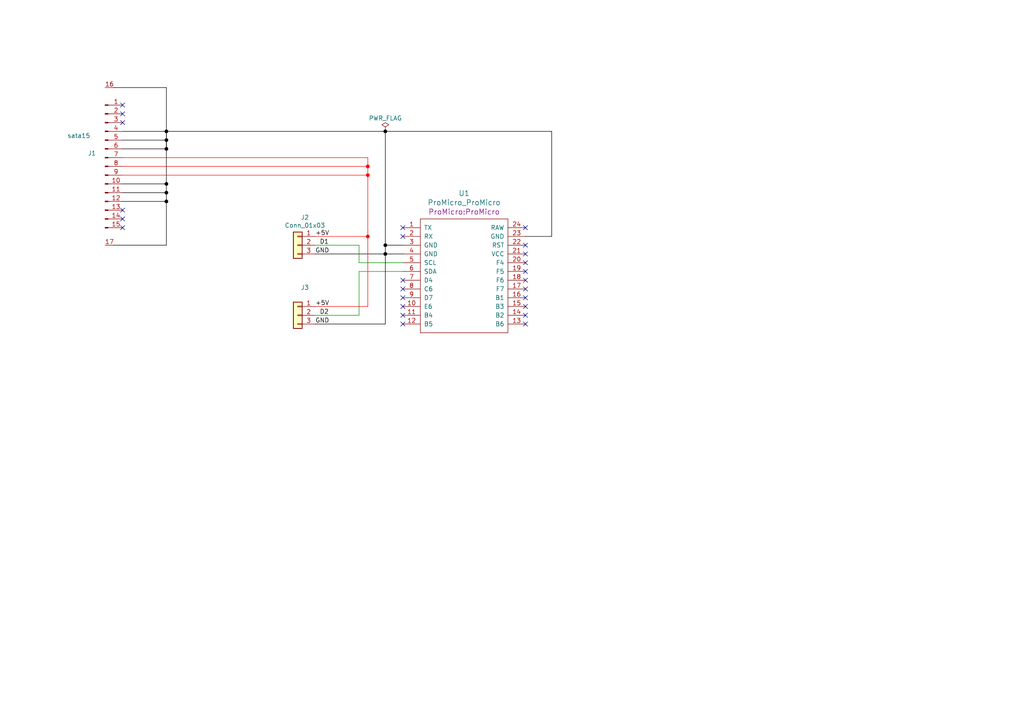
<source format=kicad_sch>
(kicad_sch (version 20230121) (generator eeschema)
  (paper "A4")
  (lib_symbols
    (symbol "Connector_Generic:Conn_01x03" (pin_names (offset 1.016) hide)
      (property "Reference" "J" (at 0 5.08 0))
      (property "Value" "Conn_01x03" (at 0 -5.08 0))
      (symbol "Conn_01x03_1_1"
        (rectangle (start -1.27 -2.413) (end 0 -2.667) (stroke (width 0.1524)))
        (rectangle (start -1.27 0.127) (end 0 -0.127) (stroke (width 0.1524)))
        (rectangle (start -1.27 2.667) (end 0 2.413) (stroke (width 0.1524)))
        (rectangle (start -1.27 3.81) (end 1.27 -3.81) (stroke (width 0.254)) (fill (type background)))
        (pin passive line (at -5.08 2.54 0) (length 3.81) (name "Pin_1") (number "1"))
        (pin passive line (at -5.08 0 0) (length 3.81) (name "Pin_2") (number "2"))
        (pin passive line (at -5.08 -2.54 0) (length 3.81) (name "Pin_3") (number "3"))
      )
    )
    (symbol "LightingNodePro-rescue:ProMicro-ProMicro" (pin_names (offset 1.016))
      (property "Reference" "U" (at 0 24.13 0))
      (property "Value" "ProMicro_ProMicro" (at 0 -13.97 0))
      (symbol "ProMicro-ProMicro_0_1"
        (rectangle (start -12.7 21.59) (end 12.7 -11.43))
      )
      (symbol "ProMicro-ProMicro_1_1"
        (pin bidirectional line (at -17.78 19.05 0) (length 5.08) (name "TX") (number "1"))
        (pin bidirectional line (at -17.78 -3.81 0) (length 5.08) (name "E6") (number "10"))
        (pin bidirectional line (at -17.78 -6.35 0) (length 5.08) (name "B4") (number "11"))
        (pin bidirectional line (at -17.78 -8.89 0) (length 5.08) (name "B5") (number "12"))
        (pin bidirectional line (at 17.78 -8.89 180) (length 5.08) (name "B6") (number "13"))
        (pin bidirectional line (at 17.78 -6.35 180) (length 5.08) (name "B2") (number "14"))
        (pin bidirectional line (at 17.78 -3.81 180) (length 5.08) (name "B3") (number "15"))
        (pin bidirectional line (at 17.78 -1.27 180) (length 5.08) (name "B1") (number "16"))
        (pin bidirectional line (at 17.78 1.27 180) (length 5.08) (name "F7") (number "17"))
        (pin bidirectional line (at 17.78 3.81 180) (length 5.08) (name "F6") (number "18"))
        (pin bidirectional line (at 17.78 6.35 180) (length 5.08) (name "F5") (number "19"))
        (pin bidirectional line (at -17.78 16.51 0) (length 5.08) (name "RX") (number "2"))
        (pin bidirectional line (at 17.78 8.89 180) (length 5.08) (name "F4") (number "20"))
        (pin power_in line (at 17.78 11.43 180) (length 5.08) (name "VCC") (number "21"))
        (pin input line (at 17.78 13.97 180) (length 5.08) (name "RST") (number "22"))
        (pin power_in line (at 17.78 16.51 180) (length 5.08) (name "GND") (number "23"))
        (pin power_out line (at 17.78 19.05 180) (length 5.08) (name "RAW") (number "24"))
        (pin power_in line (at -17.78 13.97 0) (length 5.08) (name "GND") (number "3"))
        (pin power_in line (at -17.78 11.43 0) (length 5.08) (name "GND") (number "4"))
        (pin bidirectional line (at -17.78 8.89 0) (length 5.08) (name "SCL") (number "5"))
        (pin bidirectional line (at -17.78 6.35 0) (length 5.08) (name "SDA") (number "6"))
        (pin bidirectional line (at -17.78 3.81 0) (length 5.08) (name "D4") (number "7"))
        (pin bidirectional line (at -17.78 1.27 0) (length 5.08) (name "C6") (number "8"))
        (pin bidirectional line (at -17.78 -1.27 0) (length 5.08) (name "D7") (number "9"))
      )
    )
    (symbol "power:PWR_FLAG" (power) (pin_numbers hide) (pin_names (offset 0) hide)
      (property "Value" "PWR_FLAG" (at 0 3.81 0))
      (symbol "PWR_FLAG_0_0"
        (pin power_out line (at 0 0 90) (length 0) (name "pwr") (number "1"))
      )
      (symbol "PWR_FLAG_0_1"
        (polyline (pts (xy 0 0) (xy 0 1.27) (xy -1.016 1.905) (xy 0 2.54) (xy 1.016 1.905) (xy 0 1.27)))
      )
    )
    (symbol "sata:satapwr" (pin_names (offset 1.016) hide)
      (property "Reference" "J" (at 0 20.32 0))
      (property "Value" "sata15" (at 0 -20.32 0))
      (symbol "satapwr_1_1"
        (polyline (pts (xy 1.27 -17.78) (xy 0.8636 -17.78)) (stroke (width 0.1524)))
        (polyline (pts (xy 1.27 -15.24) (xy 0.8636 -15.24)) (stroke (width 0.1524)))
        (polyline (pts (xy 1.27 -12.7) (xy 0.8636 -12.7)) (stroke (width 0.1524)))
        (polyline (pts (xy 1.27 -10.16) (xy 0.8636 -10.16)) (stroke (width 0.1524)))
        (polyline (pts (xy 1.27 -7.62) (xy 0.8636 -7.62)) (stroke (width 0.1524)))
        (polyline (pts (xy 1.27 -5.08) (xy 0.8636 -5.08)) (stroke (width 0.1524)))
        (polyline (pts (xy 1.27 -2.54) (xy 0.8636 -2.54)) (stroke (width 0.1524)))
        (polyline (pts (xy 1.27 0) (xy 0.8636 0)) (stroke (width 0.1524)))
        (polyline (pts (xy 1.27 2.54) (xy 0.8636 2.54)) (stroke (width 0.1524)))
        (polyline (pts (xy 1.27 5.08) (xy 0.8636 5.08)) (stroke (width 0.1524)))
        (polyline (pts (xy 1.27 7.62) (xy 0.8636 7.62)) (stroke (width 0.1524)))
        (polyline (pts (xy 1.27 10.16) (xy 0.8636 10.16)) (stroke (width 0.1524)))
        (polyline (pts (xy 1.27 12.7) (xy 0.8636 12.7)) (stroke (width 0.1524)))
        (polyline (pts (xy 1.27 15.24) (xy 0.8636 15.24)) (stroke (width 0.1524)))
        (polyline (pts (xy 1.27 17.78) (xy 0.8636 17.78)) (stroke (width 0.1524)))
        (rectangle (start 0.8636 -17.653) (end 0 -17.907) (stroke (width 0.1524)) (fill (type outline)))
        (rectangle (start 0.8636 -15.113) (end 0 -15.367) (stroke (width 0.1524)) (fill (type outline)))
        (rectangle (start 0.8636 -12.573) (end 0 -12.827) (stroke (width 0.1524)) (fill (type outline)))
        (rectangle (start 0.8636 -10.033) (end 0 -10.287) (stroke (width 0.1524)) (fill (type outline)))
        (rectangle (start 0.8636 -7.493) (end 0 -7.747) (stroke (width 0.1524)) (fill (type outline)))
        (rectangle (start 0.8636 -4.953) (end 0 -5.207) (stroke (width 0.1524)) (fill (type outline)))
        (rectangle (start 0.8636 -2.413) (end 0 -2.667) (stroke (width 0.1524)) (fill (type outline)))
        (rectangle (start 0.8636 0.127) (end 0 -0.127) (stroke (width 0.1524)) (fill (type outline)))
        (rectangle (start 0.8636 2.667) (end 0 2.413) (stroke (width 0.1524)) (fill (type outline)))
        (rectangle (start 0.8636 5.207) (end 0 4.953) (stroke (width 0.1524)) (fill (type outline)))
        (rectangle (start 0.8636 7.747) (end 0 7.493) (stroke (width 0.1524)) (fill (type outline)))
        (rectangle (start 0.8636 10.287) (end 0 10.033) (stroke (width 0.1524)) (fill (type outline)))
        (rectangle (start 0.8636 12.827) (end 0 12.573) (stroke (width 0.1524)) (fill (type outline)))
        (rectangle (start 0.8636 15.367) (end 0 15.113) (stroke (width 0.1524)) (fill (type outline)))
        (rectangle (start 0.8636 17.907) (end 0 17.653) (stroke (width 0.1524)) (fill (type outline)))
        (pin power_in line (at 5.08 17.78 180) (length 3.81) (name "Pin_1") (number "1"))
        (pin power_in line (at 5.08 -5.08 180) (length 3.81) (name "Pin_10") (number "10"))
        (pin power_in line (at 5.08 -7.62 180) (length 3.81) (name "Pin_11") (number "11"))
        (pin power_in line (at 5.08 -10.16 180) (length 3.81) (name "Pin_12") (number "12"))
        (pin power_in line (at 5.08 -12.7 180) (length 3.81) (name "Pin_13") (number "13"))
        (pin power_in line (at 5.08 -15.24 180) (length 3.81) (name "Pin_14") (number "14"))
        (pin power_in line (at 5.08 -17.78 180) (length 3.81) (name "Pin_15") (number "15"))
        (pin power_in line (at 2.54 22.86 180) (length 2.54) (name "GND") (number "16"))
        (pin power_in line (at 2.54 -22.86 180) (length 2.54) (name "GND") (number "17"))
        (pin power_in line (at 5.08 15.24 180) (length 3.81) (name "Pin_2") (number "2"))
        (pin power_in line (at 5.08 12.7 180) (length 3.81) (name "Pin_3") (number "3"))
        (pin power_in line (at 5.08 10.16 180) (length 3.81) (name "Pin_4") (number "4"))
        (pin power_in line (at 5.08 7.62 180) (length 3.81) (name "Pin_5") (number "5"))
        (pin power_in line (at 5.08 5.08 180) (length 3.81) (name "Pin_6") (number "6"))
        (pin power_in line (at 5.08 2.54 180) (length 3.81) (name "Pin_7") (number "7"))
        (pin power_in line (at 5.08 0 180) (length 3.81) (name "Pin_8") (number "8"))
        (pin power_in line (at 5.08 -2.54 180) (length 3.81) (name "Pin_9") (number "9"))
      )
    )
  )
  (junction (at 48.26 53.34) (color 0 0 0 1))
  (junction (at 106.68 68.58) (color 255 0 0 1))
  (junction (at 48.26 38.1) (color 0 0 0 1))
  (junction (at 106.68 50.8) (color 255 0 0 1))
  (junction (at 48.26 55.88) (color 0 0 0 1))
  (junction (at 48.26 40.64) (color 0 0 0 1))
  (junction (at 48.26 43.18) (color 0 0 0 1))
  (junction (at 106.68 48.26) (color 255 0 0 1))
  (junction (at 111.76 73.66) (color 0 0 0 1))
  (junction (at 111.76 71.12) (color 0 0 0 1))
  (junction (at 48.26 58.42) (color 0 0 0 1))
  (junction (at 111.76 38.1) (color 0 0 0 1))
  (no_connect (at 116.84 68.58))
  (no_connect (at 116.84 83.82))
  (no_connect (at 116.84 88.9))
  (no_connect (at 152.4 93.98))
  (no_connect (at 116.84 81.28))
  (no_connect (at 35.56 63.5))
  (no_connect (at 116.84 66.04))
  (no_connect (at 152.4 66.04))
  (no_connect (at 152.4 73.66))
  (no_connect (at 35.56 60.96))
  (no_connect (at 35.56 35.56))
  (no_connect (at 35.56 66.04))
  (no_connect (at 35.56 33.02))
  (no_connect (at 152.4 76.2))
  (no_connect (at 152.4 83.82))
  (no_connect (at 152.4 88.9))
  (no_connect (at 152.4 81.28))
  (no_connect (at 152.4 78.74))
  (no_connect (at 116.84 86.36))
  (no_connect (at 152.4 86.36))
  (no_connect (at 152.4 71.12))
  (no_connect (at 116.84 93.98))
  (no_connect (at 152.4 91.44))
  (no_connect (at 116.84 91.44))
  (no_connect (at 35.56 30.48))
  (wire (pts (xy 48.26 55.88) (xy 35.56 55.88)) (stroke (width 0) (color 0 0 0 1)))
  (wire (pts (xy 104.14 91.44) (xy 104.14 78.74)))
  (wire (pts (xy 48.26 38.1) (xy 48.26 40.64)))
  (wire (pts (xy 111.76 71.12) (xy 116.84 71.12)) (stroke (width 0) (color 0 0 0 1)))
  (wire (pts (xy 48.26 43.18) (xy 48.26 53.34)) (stroke (width 0) (color 0 0 0 1)))
  (wire (pts (xy 111.76 38.1) (xy 111.76 71.12)) (stroke (width 0) (color 0 0 0 1)))
  (wire (pts (xy 104.14 78.74) (xy 116.84 78.74)))
  (wire (pts (xy 48.26 71.12) (xy 48.26 58.42)) (stroke (width 0) (color 0 0 0 1)))
  (wire (pts (xy 160.02 38.1) (xy 160.02 68.58)) (stroke (width 0) (color 0 0 0 1)))
  (wire (pts (xy 104.14 76.2) (xy 116.84 76.2)))
  (wire (pts (xy 111.76 38.1) (xy 160.02 38.1)) (stroke (width 0) (color 0 0 0 1)))
  (wire (pts (xy 91.44 73.66) (xy 111.76 73.66)) (stroke (width 0) (color 0 0 0 1)))
  (wire (pts (xy 48.26 25.4) (xy 48.26 38.1)) (stroke (width 0) (color 0 0 0 1)))
  (wire (pts (xy 91.44 91.44) (xy 104.14 91.44)))
  (wire (pts (xy 35.56 50.8) (xy 106.68 50.8)) (stroke (width 0) (color 255 0 0 1)))
  (wire (pts (xy 91.44 71.12) (xy 104.14 71.12)))
  (wire (pts (xy 106.68 68.58) (xy 106.68 88.9)) (stroke (width 0) (color 255 0 0 1)))
  (wire (pts (xy 106.68 45.72) (xy 106.68 48.26)) (stroke (width 0) (color 255 0 0 1)))
  (wire (pts (xy 48.26 38.1) (xy 111.76 38.1)) (stroke (width 0) (color 0 0 0 1)))
  (wire (pts (xy 91.44 68.58) (xy 106.68 68.58)) (stroke (width 0) (color 255 0 0 1)))
  (wire (pts (xy 106.68 50.8) (xy 106.68 68.58)) (stroke (width 0) (color 255 0 0 1)))
  (wire (pts (xy 111.76 73.66) (xy 111.76 93.98)) (stroke (width 0) (color 0 0 0 1)))
  (wire (pts (xy 48.26 53.34) (xy 48.26 55.88)) (stroke (width 0) (color 0 0 0 1)))
  (wire (pts (xy 48.26 55.88) (xy 48.26 58.42)) (stroke (width 0) (color 0 0 0 1)))
  (wire (pts (xy 35.56 45.72) (xy 106.68 45.72)) (stroke (width 0) (color 255 0 0 1)))
  (wire (pts (xy 48.26 38.1) (xy 48.26 40.64)) (stroke (width 0) (color 0 0 0 1)))
  (wire (pts (xy 48.26 53.34) (xy 35.56 53.34)) (stroke (width 0) (color 0 0 0 1)))
  (wire (pts (xy 48.26 40.64) (xy 35.56 40.64)) (stroke (width 0) (color 0 0 0 1)))
  (wire (pts (xy 48.26 40.64) (xy 48.26 43.18)) (stroke (width 0) (color 0 0 0 1)))
  (wire (pts (xy 106.68 48.26) (xy 106.68 50.8)) (stroke (width 0) (color 255 0 0 1)))
  (wire (pts (xy 111.76 73.66) (xy 116.84 73.66)) (stroke (width 0) (color 0 0 0 1)))
  (wire (pts (xy 111.76 71.12) (xy 111.76 73.66)) (stroke (width 0) (color 0 0 0 1)))
  (wire (pts (xy 91.44 88.9) (xy 106.68 88.9)) (stroke (width 0) (color 255 0 0 1)))
  (wire (pts (xy 35.56 48.26) (xy 106.68 48.26)) (stroke (width 0) (color 255 0 0 1)))
  (wire (pts (xy 91.44 93.98) (xy 111.76 93.98)) (stroke (width 0) (color 0 0 0 1)))
  (wire (pts (xy 152.4 68.58) (xy 160.02 68.58)) (stroke (width 0) (color 0 0 0 1)))
  (wire (pts (xy 35.56 38.1) (xy 48.26 38.1)) (stroke (width 0) (color 0 0 0 1)))
  (wire (pts (xy 48.26 58.42) (xy 35.56 58.42)) (stroke (width 0) (color 0 0 0 1)))
  (wire (pts (xy 33.02 25.4) (xy 48.26 25.4)) (stroke (width 0) (color 0 0 0 1)))
  (wire (pts (xy 33.02 71.12) (xy 48.26 71.12)) (stroke (width 0) (color 0 0 0 1)))
  (wire (pts (xy 48.26 43.18) (xy 35.56 43.18)) (stroke (width 0) (color 0 0 0 1)))
  (wire (pts (xy 48.26 40.64) (xy 48.26 43.18)) (stroke (width 0) (color 0 0 0 1)))
  (wire (pts (xy 104.14 71.12) (xy 104.14 76.2)))
  (label "+5V" (at 91.44 88.9 0))
  (label "+5V" (at 91.44 68.58 0))
  (label "GND" (at 91.44 73.66 0))
  (label "D2" (at 92.71 91.44 0))
  (label "D1" (at 92.71 71.12 0))
  (label "GND" (at 91.44 93.98 0))
  (symbol (lib_id "LightingNodePro-rescue:ProMicro-ProMicro") (at 134.62 85.09 0) (unit 1)
    (property "Reference" "U1" (at 134.62 56.0578 0) (effects (font (size 1.524 1.524))))
    (property "Value" "ProMicro_ProMicro" (at 134.62 58.7502 0) (effects (font (size 1.524 1.524))))
    (property "Footprint" "ProMicro:ProMicro" (at 134.62 61.4426 0) (effects (font (size 1.524 1.524))))
  )
  (symbol (lib_id "Connector_Generic:Conn_01x03") (at 86.36 71.12 0) (mirror y) (unit 1)
    (property "Reference" "J2" (at 88.4428 63.0682 0))
    (property "Value" "Conn_01x03" (at 88.4428 65.3796 0))
    (property "Footprint" "molextest:705530002" (effects hide))
  )
  (symbol (lib_id "Connector_Generic:Conn_01x03") (at 86.36 91.44 0) (mirror y) (unit 1)
    (property "Reference" "J3" (at 88.4428 83.3882 0))
    (property "Value" "Conn_01x03" (effects hide))
    (property "Footprint" "molextest:705530002" (effects hide))
  )
  (symbol (lib_id "power:PWR_FLAG") (at 111.76 38.1 0) (unit 1)
    (property "Reference" "#FLG0101" (effects hide))
    (property "Value" "PWR_FLAG" (at 111.76 34.29 0))
  )
  (symbol (lib_id "sata:satapwr") (at 30.48 48.26 0) (unit 1)
    (property "Reference" "J1" (at 26.67 44.45 0))
    (property "Value" "sata15" (at 22.86 39.37 0))
    (property "Footprint" "satatest:satapwrtest" (effects hide))
  )
)
</source>
